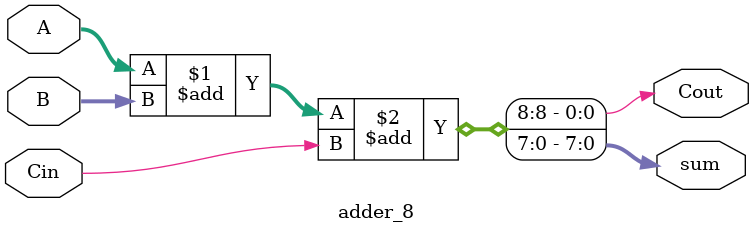
<source format=v>
`timescale 1ns / 1ps


module adder_8(
    input [7:0] A,
    input [7:0] B,
    input Cin,
    output[7:0] sum,
    output Cout
    );
    
assign {Cout, sum} = A + B + Cin;

endmodule

</source>
